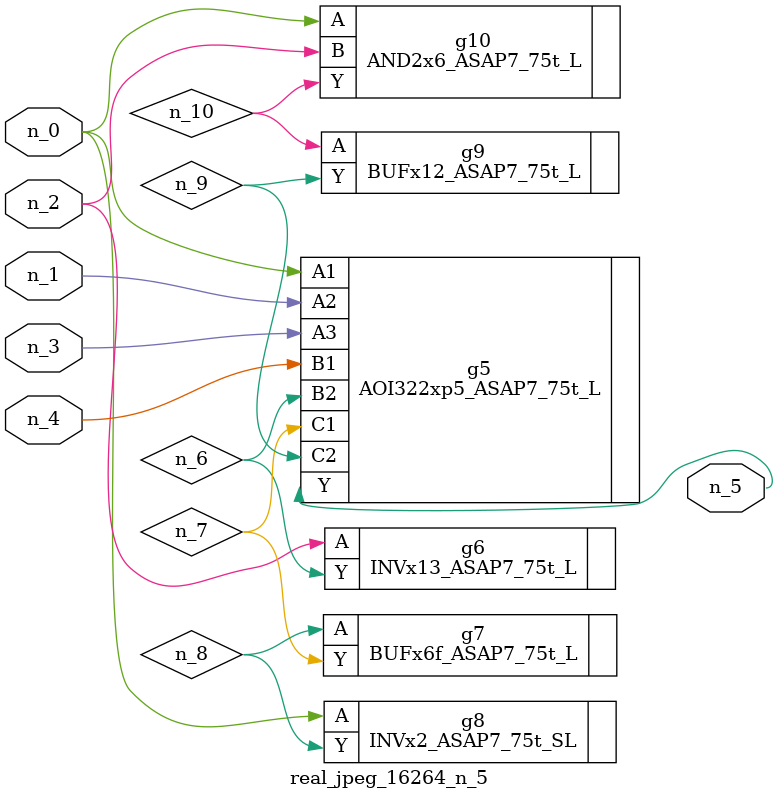
<source format=v>
module real_jpeg_16264_n_5 (n_4, n_0, n_1, n_2, n_3, n_5);

input n_4;
input n_0;
input n_1;
input n_2;
input n_3;

output n_5;

wire n_8;
wire n_6;
wire n_7;
wire n_10;
wire n_9;

AOI322xp5_ASAP7_75t_L g5 ( 
.A1(n_0),
.A2(n_1),
.A3(n_3),
.B1(n_4),
.B2(n_6),
.C1(n_7),
.C2(n_9),
.Y(n_5)
);

INVx2_ASAP7_75t_SL g8 ( 
.A(n_0),
.Y(n_8)
);

AND2x6_ASAP7_75t_L g10 ( 
.A(n_0),
.B(n_2),
.Y(n_10)
);

INVx13_ASAP7_75t_L g6 ( 
.A(n_2),
.Y(n_6)
);

BUFx6f_ASAP7_75t_L g7 ( 
.A(n_8),
.Y(n_7)
);

BUFx12_ASAP7_75t_L g9 ( 
.A(n_10),
.Y(n_9)
);


endmodule
</source>
